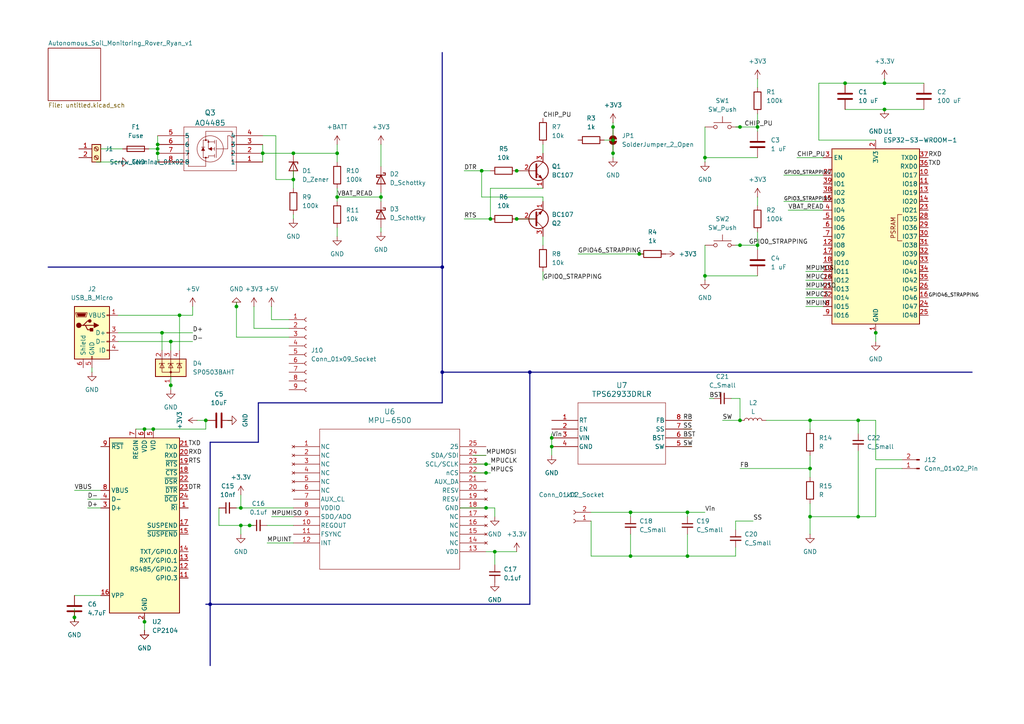
<source format=kicad_sch>
(kicad_sch (version 20231120) (generator "eeschema") (generator_version "8.0")
  (paper "A4")
  (lib_symbols
    (symbol "Connector:Conn_01x02_Pin" (pin_names (offset 1.016) hide)
      (property "Reference" "J" (at 0 2.54 0))
      (property "Value" "Conn_01x02_Pin" (at 0 -5.08 0))
      (symbol "Conn_01x02_Pin_1_1"
        (pin passive line (at 5.08 0 180) (length 3.81) (name "Pin_1") (number "1"))
        (pin passive line (at 5.08 -2.54 180) (length 3.81) (name "Pin_2") (number "2"))
      )
    )
    (symbol "Connector:Conn_01x02_Socket" (pin_names (offset 1.016) hide)
      (property "Reference" "J" (at 0 2.54 0))
      (property "Value" "Conn_01x02_Socket" (at 0 -5.08 0))
      (symbol "Conn_01x02_Socket_1_1"
        (pin passive line (at -5.08 0 0) (length 3.81) (name "Pin_1") (number "1"))
        (pin passive line (at -5.08 -2.54 0) (length 3.81) (name "Pin_2") (number "2"))
      )
    )
    (symbol "Connector:Conn_01x09_Socket" (pin_names (offset 1.016) hide)
      (property "Reference" "J" (at 0 12.7 0))
      (property "Value" "Conn_01x09_Socket" (at 0 -12.7 0))
      (symbol "Conn_01x09_Socket_1_1"
        (pin passive line (at -5.08 10.16 0) (length 3.81) (name "Pin_1") (number "1"))
        (pin passive line (at -5.08 7.62 0) (length 3.81) (name "Pin_2") (number "2"))
        (pin passive line (at -5.08 5.08 0) (length 3.81) (name "Pin_3") (number "3"))
        (pin passive line (at -5.08 2.54 0) (length 3.81) (name "Pin_4") (number "4"))
        (pin passive line (at -5.08 0 0) (length 3.81) (name "Pin_5") (number "5"))
        (pin passive line (at -5.08 -2.54 0) (length 3.81) (name "Pin_6") (number "6"))
        (pin passive line (at -5.08 -5.08 0) (length 3.81) (name "Pin_7") (number "7"))
        (pin passive line (at -5.08 -7.62 0) (length 3.81) (name "Pin_8") (number "8"))
        (pin passive line (at -5.08 -10.16 0) (length 3.81) (name "Pin_9") (number "9"))
      )
    )
    (symbol "Connector:Screw_Terminal_01x02" (pin_names (offset 1.016) hide)
      (property "Reference" "J" (at 0 2.54 0))
      (property "Value" "Screw_Terminal_01x02" (at 0 -5.08 0))
      (symbol "Screw_Terminal_01x02_1_1"
        (pin passive line (at -5.08 0 0) (length 3.81) (name "Pin_1") (number "1"))
        (pin passive line (at -5.08 -2.54 0) (length 3.81) (name "Pin_2") (number "2"))
      )
    )
    (symbol "Connector:USB_B_Micro" (pin_names (offset 1.016))
      (property "Reference" "J" (at -5.08 11.43 0))
      (property "Value" "USB_B_Micro" (at -5.08 8.89 0))
      (symbol "USB_B_Micro_1_1"
        (pin power_out line (at 7.62 5.08 180) (length 2.54) (name "VBUS") (number "1"))
        (pin bidirectional line (at 7.62 -2.54 180) (length 2.54) (name "D-") (number "2"))
        (pin bidirectional line (at 7.62 0 180) (length 2.54) (name "D+") (number "3"))
        (pin passive line (at 7.62 -5.08 180) (length 2.54) (name "ID") (number "4"))
        (pin power_out line (at 0 -10.16 90) (length 2.54) (name "GND") (number "5"))
        (pin passive line (at -2.54 -10.16 90) (length 2.54) (name "Shield") (number "6"))
      )
    )
    (symbol "Device:C" (pin_numbers hide) (pin_names (offset 0.254))
      (property "Reference" "C" (at 0.635 2.54 0))
      (property "Value" "C" (at 0.635 -2.54 0))
      (symbol "C_1_1"
        (pin passive line (at 0 3.81 270) (length 2.794) (name "~") (number "1"))
        (pin passive line (at 0 -3.81 90) (length 2.794) (name "~") (number "2"))
      )
    )
    (symbol "Device:C_Small" (pin_numbers hide) (pin_names (offset 0.254) hide)
      (property "Reference" "C" (at 0.254 1.778 0))
      (property "Value" "C_Small" (at 0.254 -2.032 0))
      (symbol "C_Small_1_1"
        (pin passive line (at 0 2.54 270) (length 2.032) (name "~") (number "1"))
        (pin passive line (at 0 -2.54 90) (length 2.032) (name "~") (number "2"))
      )
    )
    (symbol "Device:D_Schottky" (pin_numbers hide) (pin_names (offset 1.016) hide)
      (property "Reference" "D" (at 0 2.54 0))
      (property "Value" "D_Schottky" (at 0 -2.54 0))
      (symbol "D_Schottky_1_1"
        (pin passive line (at -3.81 0 0) (length 2.54) (name "K") (number "1"))
        (pin passive line (at 3.81 0 180) (length 2.54) (name "A") (number "2"))
      )
    )
    (symbol "Device:D_Zener" (pin_numbers hide) (pin_names (offset 1.016) hide)
      (property "Reference" "D" (at 0 2.54 0))
      (property "Value" "D_Zener" (at 0 -2.54 0))
      (symbol "D_Zener_1_1"
        (pin passive line (at -3.81 0 0) (length 2.54) (name "K") (number "1"))
        (pin passive line (at 3.81 0 180) (length 2.54) (name "A") (number "2"))
      )
    )
    (symbol "Device:Fuse" (pin_numbers hide) (pin_names (offset 0))
      (property "Reference" "F" (at 2.032 0 90))
      (property "Value" "Fuse" (at -1.905 0 90))
      (symbol "Fuse_1_1"
        (pin passive line (at 0 3.81 270) (length 1.27) (name "~") (number "1"))
        (pin passive line (at 0 -3.81 90) (length 1.27) (name "~") (number "2"))
      )
    )
    (symbol "Device:L" (pin_numbers hide) (pin_names (offset 1.016) hide)
      (property "Reference" "L" (at -1.27 0 90))
      (property "Value" "L" (at 1.905 0 90))
      (symbol "L_1_1"
        (pin passive line (at 0 3.81 270) (length 1.27) (name "1") (number "1"))
        (pin passive line (at 0 -3.81 90) (length 1.27) (name "2") (number "2"))
      )
    )
    (symbol "Device:R" (pin_numbers hide) (pin_names (offset 0))
      (property "Reference" "R" (at 2.032 0 90))
      (property "Value" "R" (at 0 0 90))
      (symbol "R_1_1"
        (pin passive line (at 0 3.81 270) (length 1.27) (name "~") (number "1"))
        (pin passive line (at 0 -3.81 90) (length 1.27) (name "~") (number "2"))
      )
    )
    (symbol "Interface_USB:CP2104"
      (property "Reference" "U" (at -5.08 28.575 0))
      (property "Value" "CP2104" (at -5.08 26.67 0))
      (symbol "CP2104_1_1"
        (pin input line (at 12.7 5.08 180) (length 2.54) (name "~{RI}") (number "1"))
        (pin no_connect line (at 10.16 -20.32 180) (length 2.54) hide (name "NC") (number "10"))
        (pin bidirectional line (at 12.7 -15.24 180) (length 2.54) (name "GPIO.3") (number "11"))
        (pin bidirectional line (at 12.7 -12.7 180) (length 2.54) (name "RS485/GPIO.2") (number "12"))
        (pin bidirectional line (at 12.7 -10.16 180) (length 2.54) (name "RXT/GPIO.1") (number "13"))
        (pin bidirectional line (at 12.7 -7.62 180) (length 2.54) (name "TXT/GPIO.0") (number "14"))
        (pin output line (at 12.7 -2.54 180) (length 2.54) (name "~{SUSPEND}") (number "15"))
        (pin passive line (at -12.7 -20.32 0) (length 2.54) (name "VPP") (number "16"))
        (pin output line (at 12.7 0 180) (length 2.54) (name "SUSPEND") (number "17"))
        (pin input line (at 12.7 15.24 180) (length 2.54) (name "~{CTS}") (number "18"))
        (pin output line (at 12.7 17.78 180) (length 2.54) (name "~{RTS}") (number "19"))
        (pin power_in line (at 0 -27.94 90) (length 2.54) (name "GND") (number "2"))
        (pin input line (at 12.7 20.32 180) (length 2.54) (name "RXD") (number "20"))
        (pin output line (at 12.7 22.86 180) (length 2.54) (name "TXD") (number "21"))
        (pin input line (at 12.7 12.7 180) (length 2.54) (name "~{DSR}") (number "22"))
        (pin output line (at 12.7 10.16 180) (length 2.54) (name "~{DTR}") (number "23"))
        (pin input line (at 12.7 7.62 180) (length 2.54) (name "~{DCD}") (number "24"))
        (pin passive line (at 0 -27.94 90) (length 2.54) hide (name "GND") (number "25"))
        (pin bidirectional line (at -12.7 5.08 0) (length 2.54) (name "D+") (number "3"))
        (pin bidirectional line (at -12.7 7.62 0) (length 2.54) (name "D-") (number "4"))
        (pin power_in line (at 2.54 27.94 270) (length 2.54) (name "VIO") (number "5"))
        (pin power_in line (at 0 27.94 270) (length 2.54) (name "VDD") (number "6"))
        (pin power_in line (at -2.54 27.94 270) (length 2.54) (name "REGIN") (number "7"))
        (pin input line (at -12.7 10.16 0) (length 2.54) (name "VBUS") (number "8"))
        (pin bidirectional line (at -12.7 22.86 0) (length 2.54) (name "~{RST}") (number "9"))
      )
    )
    (symbol "Jumper:SolderJumper_2_Open" (pin_numbers hide) (pin_names (offset 0) hide) (exclude_from_sim yes) (in_bom no)
      (property "Reference" "JP" (at 0 2.032 0))
      (property "Value" "SolderJumper_2_Open" (at 0 -2.54 0))
      (symbol "SolderJumper_2_Open_1_1"
        (pin passive line (at -3.81 0 0) (length 2.54) (name "A") (number "1"))
        (pin passive line (at 3.81 0 180) (length 2.54) (name "B") (number "2"))
      )
    )
    (symbol "MPU6500:MPU-6500" (pin_names (offset 0.254))
      (property "Reference" "U" (at 27.94 10.16 0))
      (property "Value" "MPU-6500" (at 27.94 7.62 0))
      (symbol "MPU-6500_0_1"
        (pin no_connect line (at 0 0 0) (length 7.62) (name "NC") (number "1"))
        (pin unspecified line (at 0 -22.86 0) (length 7.62) (name "REGOUT") (number "10"))
        (pin input line (at 0 -25.4 0) (length 7.62) (name "FSYNC") (number "11"))
        (pin output line (at 0 -27.94 0) (length 7.62) (name "INT") (number "12"))
        (pin power_in line (at 55.88 -30.48 180) (length 7.62) (name "VDD") (number "13"))
        (pin no_connect line (at 55.88 -27.94 180) (length 7.62) (name "NC") (number "14"))
        (pin no_connect line (at 55.88 -25.4 180) (length 7.62) (name "NC") (number "15"))
        (pin no_connect line (at 55.88 -22.86 180) (length 7.62) (name "NC") (number "16"))
        (pin no_connect line (at 55.88 -20.32 180) (length 7.62) (name "NC") (number "17"))
        (pin power_out line (at 55.88 -17.78 180) (length 7.62) (name "GND") (number "18"))
        (pin no_connect line (at 55.88 -15.24 180) (length 7.62) (name "RESV") (number "19"))
        (pin no_connect line (at 0 -2.54 0) (length 7.62) (name "NC") (number "2"))
        (pin no_connect line (at 55.88 -12.7 180) (length 7.62) (name "RESV") (number "20"))
        (pin unspecified line (at 55.88 -10.16 180) (length 7.62) (name "AUX_DA") (number "21"))
        (pin unspecified line (at 55.88 -7.62 180) (length 7.62) (name "nCS") (number "22"))
        (pin unspecified line (at 55.88 -5.08 180) (length 7.62) (name "SCL/SCLK") (number "23"))
        (pin unspecified line (at 55.88 -2.54 180) (length 7.62) (name "SDA/SDI") (number "24"))
        (pin unspecified line (at 55.88 0 180) (length 7.62) (name "25") (number "25"))
        (pin no_connect line (at 0 -5.08 0) (length 7.62) (name "NC") (number "3"))
        (pin no_connect line (at 0 -7.62 0) (length 7.62) (name "NC") (number "4"))
        (pin no_connect line (at 0 -10.16 0) (length 7.62) (name "NC") (number "5"))
        (pin no_connect line (at 0 -12.7 0) (length 7.62) (name "NC") (number "6"))
        (pin unspecified line (at 0 -15.24 0) (length 7.62) (name "AUX_CL") (number "7"))
        (pin power_in line (at 0 -17.78 0) (length 7.62) (name "VDDIO") (number "8"))
        (pin unspecified line (at 0 -20.32 0) (length 7.62) (name "SDO/ADO") (number "9"))
      )
    )
    (symbol "Power_Protection:SP0503BAHT" (pin_names hide)
      (property "Reference" "D" (at 5.715 2.54 0))
      (property "Value" "SP0503BAHT" (at 5.715 0.635 0))
      (symbol "SP0503BAHT_0_0"
        (pin passive line (at 0 -5.08 90) (length 2.54) (name "A") (number "1"))
      )
      (symbol "SP0503BAHT_1_1"
        (pin passive line (at -2.54 5.08 270) (length 2.54) (name "K") (number "2"))
        (pin passive line (at 0 5.08 270) (length 2.54) (name "K") (number "3"))
        (pin passive line (at 2.54 5.08 270) (length 2.54) (name "K") (number "4"))
      )
    )
    (symbol "RF_Module:ESP32-S3-WROOM-1"
      (property "Reference" "U" (at -12.7 26.67 0))
      (property "Value" "ESP32-S3-WROOM-1" (at 12.7 26.67 0))
      (symbol "ESP32-S3-WROOM-1_0_0"
        (text "PSRAM" (at 5.08 2.54 900) (effects (font (size 1.27 1.27))))
      )
      (symbol "ESP32-S3-WROOM-1_1_1"
        (pin power_in line (at 0 -27.94 90) (length 2.54) (name "GND") (number "1"))
        (pin bidirectional line (at 15.24 17.78 180) (length 2.54) (name "IO17") (number "10"))
        (pin bidirectional line (at 15.24 15.24 180) (length 2.54) (name "IO18") (number "11"))
        (pin bidirectional line (at -15.24 -2.54 0) (length 2.54) (name "IO8") (number "12"))
        (pin bidirectional line (at 15.24 12.7 180) (length 2.54) (name "IO19") (number "13"))
        (pin bidirectional line (at 15.24 10.16 180) (length 2.54) (name "IO20") (number "14"))
        (pin bidirectional line (at -15.24 10.16 0) (length 2.54) (name "IO3") (number "15"))
        (pin bidirectional line (at 15.24 -17.78 180) (length 2.54) (name "IO46") (number "16"))
        (pin bidirectional line (at -15.24 -5.08 0) (length 2.54) (name "IO9") (number "17"))
        (pin bidirectional line (at -15.24 -7.62 0) (length 2.54) (name "IO10") (number "18"))
        (pin bidirectional line (at -15.24 -10.16 0) (length 2.54) (name "IO11") (number "19"))
        (pin power_in line (at 0 27.94 270) (length 2.54) (name "3V3") (number "2"))
        (pin bidirectional line (at -15.24 -12.7 0) (length 2.54) (name "IO12") (number "20"))
        (pin bidirectional line (at -15.24 -15.24 0) (length 2.54) (name "IO13") (number "21"))
        (pin bidirectional line (at -15.24 -17.78 0) (length 2.54) (name "IO14") (number "22"))
        (pin bidirectional line (at 15.24 7.62 180) (length 2.54) (name "IO21") (number "23"))
        (pin bidirectional line (at 15.24 -20.32 180) (length 2.54) (name "IO47") (number "24"))
        (pin bidirectional line (at 15.24 -22.86 180) (length 2.54) (name "IO48") (number "25"))
        (pin bidirectional line (at 15.24 -15.24 180) (length 2.54) (name "IO45") (number "26"))
        (pin bidirectional line (at -15.24 17.78 0) (length 2.54) (name "IO0") (number "27"))
        (pin bidirectional line (at 15.24 5.08 180) (length 2.54) (name "IO35") (number "28"))
        (pin bidirectional line (at 15.24 2.54 180) (length 2.54) (name "IO36") (number "29"))
        (pin input line (at -15.24 22.86 0) (length 2.54) (name "EN") (number "3"))
        (pin bidirectional line (at 15.24 0 180) (length 2.54) (name "IO37") (number "30"))
        (pin bidirectional line (at 15.24 -2.54 180) (length 2.54) (name "IO38") (number "31"))
        (pin bidirectional line (at 15.24 -5.08 180) (length 2.54) (name "IO39") (number "32"))
        (pin bidirectional line (at 15.24 -7.62 180) (length 2.54) (name "IO40") (number "33"))
        (pin bidirectional line (at 15.24 -10.16 180) (length 2.54) (name "IO41") (number "34"))
        (pin bidirectional line (at 15.24 -12.7 180) (length 2.54) (name "IO42") (number "35"))
        (pin bidirectional line (at 15.24 20.32 180) (length 2.54) (name "RXD0") (number "36"))
        (pin bidirectional line (at 15.24 22.86 180) (length 2.54) (name "TXD0") (number "37"))
        (pin bidirectional line (at -15.24 12.7 0) (length 2.54) (name "IO2") (number "38"))
        (pin bidirectional line (at -15.24 15.24 0) (length 2.54) (name "IO1") (number "39"))
        (pin bidirectional line (at -15.24 7.62 0) (length 2.54) (name "IO4") (number "4"))
        (pin passive line (at 0 -27.94 90) (length 2.54) hide (name "GND") (number "40"))
        (pin passive line (at 0 -27.94 90) (length 2.54) hide (name "GND") (number "41"))
        (pin bidirectional line (at -15.24 5.08 0) (length 2.54) (name "IO5") (number "5"))
        (pin bidirectional line (at -15.24 2.54 0) (length 2.54) (name "IO6") (number "6"))
        (pin bidirectional line (at -15.24 0 0) (length 2.54) (name "IO7") (number "7"))
        (pin bidirectional line (at -15.24 -20.32 0) (length 2.54) (name "IO15") (number "8"))
        (pin bidirectional line (at -15.24 -22.86 0) (length 2.54) (name "IO16") (number "9"))
      )
    )
    (symbol "Switch:SW_Push" (pin_numbers hide) (pin_names (offset 1.016) hide)
      (property "Reference" "SW" (at 1.27 2.54 0))
      (property "Value" "SW_Push" (at 0 -1.524 0))
      (symbol "SW_Push_0_1"
        (pin passive line (at -5.08 0 0) (length 2.54) (name "1") (number "1"))
        (pin passive line (at 5.08 0 180) (length 2.54) (name "2") (number "2"))
      )
    )
    (symbol "TPS62933DRLR:TPS62933DRLR" (pin_names (offset 0.254))
      (property "Reference" "U" (at 20.32 10.16 0))
      (property "Value" "TPS62933DRLR" (at 20.32 7.62 0))
      (symbol "TPS62933DRLR_0_1"
        (pin unspecified line (at 0 0 0) (length 7.62) (name "RT") (number "1"))
        (pin unspecified line (at 0 -2.54 0) (length 7.62) (name "EN") (number "2"))
        (pin power_in line (at 0 -5.08 0) (length 7.62) (name "VIN") (number "3"))
        (pin power_out line (at 0 -7.62 0) (length 7.62) (name "GND") (number "4"))
        (pin power_in line (at 40.64 -7.62 180) (length 7.62) (name "SW") (number "5"))
        (pin power_in line (at 40.64 -5.08 180) (length 7.62) (name "BST") (number "6"))
        (pin unspecified line (at 40.64 -2.54 180) (length 7.62) (name "SS") (number "7"))
        (pin unspecified line (at 40.64 0 180) (length 7.62) (name "FB") (number "8"))
      )
    )
    (symbol "Transistor_BJT:BC107" (pin_names (offset 0) hide)
      (property "Reference" "Q" (at 5.08 1.905 0))
      (property "Value" "BC107" (at 5.08 0 0))
      (symbol "BC107_1_1"
        (pin passive line (at 2.54 -5.08 90) (length 2.54) (name "E") (number "1"))
        (pin input line (at -5.08 0 0) (length 5.715) (name "B") (number "2"))
        (pin passive line (at 2.54 5.08 270) (length 2.54) (name "C") (number "3"))
      )
    )
    (symbol "local_symbols:AO4485" (pin_names (offset 0.254))
      (property "Reference" "Q" (at 15.24 7.62 0))
      (property "Value" "AO4485" (at 15.24 5.08 0))
      (symbol "AO4485_0_1"
        (pin unspecified line (at 0 0 0) (length 7.62) (name "1") (number "1"))
        (pin unspecified line (at 0 -2.54 0) (length 7.62) (name "2") (number "2"))
        (pin unspecified line (at 0 -5.08 0) (length 7.62) (name "3") (number "3"))
        (pin unspecified line (at 0 -7.62 0) (length 7.62) (name "4") (number "4"))
        (pin unspecified line (at 30.48 -7.62 180) (length 7.62) (name "5") (number "5"))
        (pin unspecified line (at 30.48 -5.08 180) (length 7.62) (name "6") (number "6"))
        (pin unspecified line (at 30.48 -2.54 180) (length 7.62) (name "7") (number "7"))
        (pin unspecified line (at 30.48 0 180) (length 7.62) (name "8") (number "8"))
      )
    )
    (symbol "power:+3.3V" (power) (pin_numbers hide) (pin_names (offset 0) hide)
      (property "Value" "+3.3V" (at 0 3.556 0))
      (symbol "+3.3V_1_1"
        (pin power_in line (at 0 0 90) (length 0) (name "~") (number "1"))
      )
    )
    (symbol "power:+3V3" (power) (pin_numbers hide) (pin_names (offset 0) hide)
      (property "Value" "+3V3" (at 0 3.556 0))
      (symbol "+3V3_1_1"
        (pin power_in line (at 0 0 90) (length 0) (name "~") (number "1"))
      )
    )
    (symbol "power:+5V" (power) (pin_numbers hide) (pin_names (offset 0) hide)
      (property "Value" "+5V" (at 0 3.556 0))
      (symbol "+5V_1_1"
        (pin power_in line (at 0 0 90) (length 0) (name "~") (number "1"))
      )
    )
    (symbol "power:+BATT" (power) (pin_numbers hide) (pin_names (offset 0) hide)
      (property "Value" "+BATT" (at 0 3.556 0))
      (symbol "+BATT_1_1"
        (pin power_in line (at 0 0 90) (length 0) (name "~") (number "1"))
      )
    )
    (symbol "power:GND" (power) (pin_numbers hide) (pin_names (offset 0) hide)
      (property "Value" "GND" (at 0 -3.81 0))
      (symbol "GND_1_1"
        (pin power_in line (at 0 0 270) (length 0) (name "~") (number "1"))
      )
    )
  )
  (junction (at 45.72 41.91))
  (junction (at 204.47 80.01))
  (junction (at 182.88 161.29))
  (junction (at 49.53 99.06))
  (junction (at 41.91 180.34))
  (junction (at 199.39 148.59))
  (junction (at 149.86 63.5))
  (junction (at 149.86 49.53))
  (junction (at 256.54 24.13))
  (junction (at 142.24 63.5))
  (junction (at 185.42 73.66))
  (junction (at 214.63 121.92))
  (junction (at 68.58 88.9))
  (junction (at 52.07 91.44))
  (junction (at 110.49 57.15))
  (junction (at 139.7 49.53))
  (junction (at 153.67 107.95))
  (junction (at 254 96.52))
  (junction (at 219.71 36.83))
  (junction (at 45.72 43.18))
  (junction (at 85.09 44.45))
  (junction (at 248.92 121.92))
  (junction (at 128.27 77.47))
  (junction (at 69.85 147.32))
  (junction (at 140.97 134.62))
  (junction (at 245.11 24.13))
  (junction (at 219.71 71.12))
  (junction (at 234.95 149.86))
  (junction (at 41.91 124.46))
  (junction (at 160.02 127))
  (junction (at 59.69 121.92))
  (junction (at 177.8 44.45))
  (junction (at 69.85 152.4))
  (junction (at 177.8 40.64))
  (junction (at 234.95 121.92))
  (junction (at 21.59 179.07))
  (junction (at 44.45 124.46))
  (junction (at 234.95 135.89))
  (junction (at 204.47 45.72))
  (junction (at 177.8 36.83))
  (junction (at 49.53 111.76))
  (junction (at 214.63 36.83))
  (junction (at 182.88 148.59))
  (junction (at 60.96 175.26))
  (junction (at 76.2 44.45))
  (junction (at 128.27 107.95))
  (junction (at 160.02 129.54))
  (junction (at 46.99 96.52))
  (junction (at 140.97 137.16))
  (junction (at 140.97 147.32))
  (junction (at 248.92 149.86))
  (junction (at 199.39 161.29))
  (junction (at 214.63 71.12))
  (junction (at 97.79 44.45))
  (junction (at 143.51 160.02))
  (junction (at 97.79 57.15))
  (junction (at 85.09 52.07))
  (junction (at 72.39 152.4))
  (junction (at 256.54 31.75))
  (junction (at 45.72 44.45))
  (wire (pts (xy 134.62 49.53) (xy 139.7 49.53)))
  (wire (pts (xy 204.47 45.72) (xy 204.47 46.99)))
  (wire (pts (xy 157.48 57.15) (xy 157.48 58.42)))
  (wire (pts (xy 233.68 88.9) (xy 238.76 88.9)))
  (wire (pts (xy 68.58 97.79) (xy 83.82 97.79)))
  (wire (pts (xy 231.14 45.72) (xy 238.76 45.72)))
  (wire (pts (xy 137.16 137.16) (xy 140.97 137.16)))
  (bus (pts (xy 128.27 116.84) (xy 128.27 107.95)))
  (wire (pts (xy 213.36 161.29) (xy 213.36 158.75)))
  (wire (pts (xy 177.8 35.56) (xy 177.8 36.83)))
  (wire (pts (xy 73.66 95.25) (xy 83.82 95.25)))
  (wire (pts (xy 49.53 99.06) (xy 49.53 101.6)))
  (wire (pts (xy 234.95 135.89) (xy 234.95 138.43)))
  (wire (pts (xy 45.72 44.45) (xy 45.72 46.99)))
  (wire (pts (xy 204.47 80.01) (xy 204.47 81.28)))
  (wire (pts (xy 254 149.86) (xy 254 135.89)))
  (wire (pts (xy 212.09 115.57) (xy 214.63 115.57)))
  (wire (pts (xy 143.51 147.32) (xy 143.51 149.86)))
  (wire (pts (xy 219.71 36.83) (xy 219.71 38.1)))
  (wire (pts (xy 182.88 148.59) (xy 199.39 148.59)))
  (wire (pts (xy 204.47 45.72) (xy 219.71 45.72)))
  (wire (pts (xy 69.85 152.4) (xy 69.85 154.94)))
  (wire (pts (xy 157.48 78.74) (xy 157.48 81.28)))
  (wire (pts (xy 21.59 179.07) (xy 21.59 180.34)))
  (wire (pts (xy 157.48 41.91) (xy 157.48 44.45)))
  (wire (pts (xy 110.49 41.91) (xy 110.49 48.26)))
  (wire (pts (xy 41.91 124.46) (xy 44.45 124.46)))
  (bus (pts (xy 13.97 77.47) (xy 128.27 77.47)))
  (wire (pts (xy 73.66 152.4) (xy 72.39 152.4)))
  (wire (pts (xy 248.92 130.81) (xy 248.92 149.86)))
  (wire (pts (xy 52.07 91.44) (xy 55.88 91.44)))
  (wire (pts (xy 63.5 147.32) (xy 63.5 152.4)))
  (bus (pts (xy 74.93 116.84) (xy 128.27 116.84)))
  (wire (pts (xy 204.47 36.83) (xy 204.47 45.72)))
  (wire (pts (xy 198.12 124.46) (xy 200.66 124.46)))
  (wire (pts (xy 154.94 49.53) (xy 149.86 49.53)))
  (wire (pts (xy 213.36 151.13) (xy 218.44 151.13)))
  (wire (pts (xy 233.68 83.82) (xy 238.76 83.82)))
  (wire (pts (xy 219.71 22.86) (xy 219.71 25.4)))
  (wire (pts (xy 227.33 58.42) (xy 238.76 58.42)))
  (wire (pts (xy 29.21 43.18) (xy 35.56 43.18)))
  (wire (pts (xy 85.09 52.07) (xy 85.09 54.61)))
  (bus (pts (xy 153.67 107.95) (xy 153.67 175.26)))
  (wire (pts (xy 76.2 41.91) (xy 76.2 44.45)))
  (wire (pts (xy 198.12 127) (xy 200.66 127)))
  (wire (pts (xy 46.99 96.52) (xy 46.99 101.6)))
  (wire (pts (xy 68.58 88.9) (xy 68.58 97.79)))
  (wire (pts (xy 248.92 121.92) (xy 254 121.92)))
  (wire (pts (xy 41.91 180.34) (xy 41.91 182.88)))
  (wire (pts (xy 213.36 71.12) (xy 214.63 71.12)))
  (wire (pts (xy 45.72 43.18) (xy 45.72 44.45)))
  (wire (pts (xy 85.09 44.45) (xy 97.79 44.45)))
  (wire (pts (xy 143.51 160.02) (xy 149.86 160.02)))
  (wire (pts (xy 139.7 49.53) (xy 142.24 49.53)))
  (wire (pts (xy 49.53 99.06) (xy 55.88 99.06)))
  (wire (pts (xy 85.09 49.53) (xy 85.09 52.07)))
  (wire (pts (xy 171.45 148.59) (xy 182.88 148.59)))
  (wire (pts (xy 25.4 147.32) (xy 29.21 147.32)))
  (wire (pts (xy 97.79 57.15) (xy 97.79 58.42)))
  (wire (pts (xy 80.01 52.07) (xy 85.09 52.07)))
  (wire (pts (xy 209.55 121.92) (xy 214.63 121.92)))
  (wire (pts (xy 76.2 44.45) (xy 76.2 46.99)))
  (wire (pts (xy 97.79 54.61) (xy 97.79 57.15)))
  (wire (pts (xy 254 135.89) (xy 261.62 135.89)))
  (wire (pts (xy 234.95 146.05) (xy 234.95 149.86)))
  (wire (pts (xy 204.47 71.12) (xy 204.47 80.01)))
  (wire (pts (xy 233.68 86.36) (xy 238.76 86.36)))
  (wire (pts (xy 177.8 44.45) (xy 177.8 45.72)))
  (wire (pts (xy 97.79 44.45) (xy 97.79 41.91)))
  (wire (pts (xy 49.53 109.22) (xy 49.53 111.76)))
  (wire (pts (xy 157.48 68.58) (xy 157.48 71.12)))
  (wire (pts (xy 110.49 58.42) (xy 110.49 57.15)))
  (wire (pts (xy 43.18 43.18) (xy 45.72 43.18)))
  (wire (pts (xy 256.54 24.13) (xy 256.54 22.86)))
  (wire (pts (xy 199.39 148.59) (xy 199.39 149.86)))
  (wire (pts (xy 222.25 121.92) (xy 234.95 121.92)))
  (wire (pts (xy 34.29 99.06) (xy 49.53 99.06)))
  (wire (pts (xy 248.92 121.92) (xy 248.92 125.73)))
  (wire (pts (xy 219.71 57.15) (xy 219.71 59.69)))
  (wire (pts (xy 227.33 50.8) (xy 238.76 50.8)))
  (wire (pts (xy 134.62 63.5) (xy 142.24 63.5)))
  (wire (pts (xy 143.51 160.02) (xy 143.51 163.83)))
  (wire (pts (xy 199.39 148.59) (xy 204.47 148.59)))
  (wire (pts (xy 59.69 121.92) (xy 59.69 124.46)))
  (wire (pts (xy 237.49 40.64) (xy 254 40.64)))
  (wire (pts (xy 160.02 127) (xy 160.02 129.54)))
  (wire (pts (xy 140.97 147.32) (xy 143.51 147.32)))
  (wire (pts (xy 228.6 60.96) (xy 238.76 60.96)))
  (wire (pts (xy 160.02 129.54) (xy 160.02 132.08)))
  (wire (pts (xy 57.15 121.92) (xy 59.69 121.92)))
  (wire (pts (xy 198.12 121.92) (xy 200.66 121.92)))
  (bus (pts (xy 60.96 175.26) (xy 60.96 193.04)))
  (wire (pts (xy 245.11 24.13) (xy 256.54 24.13)))
  (wire (pts (xy 21.59 172.72) (xy 29.21 172.72)))
  (wire (pts (xy 234.95 121.92) (xy 234.95 124.46)))
  (wire (pts (xy 175.26 40.64) (xy 177.8 40.64)))
  (wire (pts (xy 248.92 149.86) (xy 234.95 149.86)))
  (wire (pts (xy 182.88 148.59) (xy 182.88 149.86)))
  (wire (pts (xy 52.07 101.6) (xy 52.07 91.44)))
  (wire (pts (xy 237.49 24.13) (xy 237.49 40.64)))
  (wire (pts (xy 234.95 121.92) (xy 248.92 121.92)))
  (wire (pts (xy 133.35 147.32) (xy 140.97 147.32)))
  (bus (pts (xy 128.27 15.24) (xy 128.27 77.47)))
  (wire (pts (xy 97.79 44.45) (xy 97.79 46.99)))
  (wire (pts (xy 73.66 88.9) (xy 73.66 95.25)))
  (wire (pts (xy 139.7 57.15) (xy 157.48 57.15)))
  (wire (pts (xy 219.71 71.12) (xy 219.71 67.31)))
  (wire (pts (xy 21.59 142.24) (xy 29.21 142.24)))
  (wire (pts (xy 68.58 147.32) (xy 69.85 147.32)))
  (wire (pts (xy 69.85 143.51) (xy 69.85 147.32)))
  (wire (pts (xy 219.71 71.12) (xy 219.71 72.39)))
  (wire (pts (xy 139.7 49.53) (xy 139.7 57.15)))
  (wire (pts (xy 186.69 73.66) (xy 185.42 73.66)))
  (wire (pts (xy 256.54 24.13) (xy 267.97 24.13)))
  (wire (pts (xy 110.49 55.88) (xy 110.49 57.15)))
  (wire (pts (xy 67.31 121.92) (xy 66.04 121.92)))
  (wire (pts (xy 199.39 161.29) (xy 213.36 161.29)))
  (wire (pts (xy 77.47 152.4) (xy 85.09 152.4)))
  (wire (pts (xy 234.95 149.86) (xy 234.95 154.94)))
  (wire (pts (xy 140.97 160.02) (xy 143.51 160.02)))
  (wire (pts (xy 205.74 115.57) (xy 207.01 115.57)))
  (wire (pts (xy 55.88 91.44) (xy 55.88 88.9)))
  (wire (pts (xy 78.74 149.86) (xy 85.09 149.86)))
  (wire (pts (xy 137.16 134.62) (xy 140.97 134.62)))
  (bus (pts (xy 153.67 107.95) (xy 281.94 107.95)))
  (wire (pts (xy 77.47 157.48) (xy 85.09 157.48)))
  (wire (pts (xy 110.49 66.04) (xy 110.49 67.31)))
  (wire (pts (xy 27.94 46.99) (xy 34.29 46.99)))
  (wire (pts (xy 34.29 96.52) (xy 46.99 96.52)))
  (wire (pts (xy 25.4 144.78) (xy 29.21 144.78)))
  (wire (pts (xy 45.72 39.37) (xy 45.72 41.91)))
  (bus (pts (xy 74.93 128.27) (xy 74.93 116.84)))
  (wire (pts (xy 171.45 161.29) (xy 182.88 161.29)))
  (wire (pts (xy 233.68 78.74) (xy 238.76 78.74)))
  (wire (pts (xy 254 133.35) (xy 261.62 133.35)))
  (wire (pts (xy 26.67 106.68) (xy 26.67 107.95)))
  (wire (pts (xy 68.58 87.63) (xy 68.58 88.9)))
  (wire (pts (xy 63.5 152.4) (xy 69.85 152.4)))
  (bus (pts (xy 60.96 128.27) (xy 60.96 175.26)))
  (wire (pts (xy 198.12 129.54) (xy 200.66 129.54)))
  (wire (pts (xy 167.64 73.66) (xy 185.42 73.66)))
  (wire (pts (xy 78.74 88.9) (xy 78.74 92.71)))
  (wire (pts (xy 41.91 179.07) (xy 41.91 180.34)))
  (bus (pts (xy 128.27 77.47) (xy 128.27 107.95)))
  (wire (pts (xy 34.29 91.44) (xy 52.07 91.44)))
  (wire (pts (xy 204.47 80.01) (xy 219.71 80.01)))
  (wire (pts (xy 214.63 71.12) (xy 219.71 71.12)))
  (wire (pts (xy 160.02 125.73) (xy 160.02 127)))
  (wire (pts (xy 177.8 40.64) (xy 177.8 44.45)))
  (wire (pts (xy 137.16 132.08) (xy 140.97 132.08)))
  (wire (pts (xy 142.24 54.61) (xy 142.24 63.5)))
  (wire (pts (xy 177.8 36.83) (xy 177.8 40.64)))
  (bus (pts (xy 59.69 175.26) (xy 60.96 175.26)))
  (wire (pts (xy 214.63 135.89) (xy 234.95 135.89)))
  (wire (pts (xy 45.72 41.91) (xy 45.72 43.18)))
  (wire (pts (xy 72.39 152.4) (xy 69.85 152.4)))
  (wire (pts (xy 182.88 161.29) (xy 199.39 161.29)))
  (wire (pts (xy 46.99 96.52) (xy 55.88 96.52)))
  (wire (pts (xy 69.85 147.32) (xy 85.09 147.32)))
  (bus (pts (xy 60.96 175.26) (xy 153.67 175.26)))
  (wire (pts (xy 97.79 57.15) (xy 110.49 57.15)))
  (wire (pts (xy 254 96.52) (xy 254 99.06)))
  (wire (pts (xy 219.71 36.83) (xy 219.71 33.02)))
  (wire (pts (xy 214.63 115.57) (xy 214.63 121.92)))
  (wire (pts (xy 21.59 176.53) (xy 21.59 179.07)))
  (wire (pts (xy 234.95 132.08) (xy 234.95 135.89)))
  (wire (pts (xy 214.63 36.83) (xy 219.71 36.83)))
  (wire (pts (xy 76.2 44.45) (xy 85.09 44.45)))
  (wire (pts (xy 182.88 154.94) (xy 182.88 161.29)))
  (wire (pts (xy 85.09 62.23) (xy 85.09 63.5)))
  (wire (pts (xy 97.79 66.04) (xy 97.79 68.58)))
  (wire (pts (xy 199.39 154.94) (xy 199.39 161.29)))
  (wire (pts (xy 256.54 31.75) (xy 267.97 31.75)))
  (wire (pts (xy 80.01 39.37) (xy 80.01 52.07)))
  (wire (pts (xy 248.92 149.86) (xy 254 149.86)))
  (wire (pts (xy 149.86 63.5) (xy 154.94 63.5)))
  (wire (pts (xy 76.2 39.37) (xy 80.01 39.37)))
  (bus (pts (xy 60.96 128.27) (xy 74.93 128.27)))
  (wire (pts (xy 237.49 24.13) (xy 245.11 24.13)))
  (wire (pts (xy 213.36 36.83) (xy 214.63 36.83)))
  (wire (pts (xy 254 93.98) (xy 254 96.52)))
  (wire (pts (xy 49.53 111.76) (xy 49.53 113.03)))
  (wire (pts (xy 78.74 92.71) (xy 83.82 92.71)))
  (wire (pts (xy 39.37 124.46) (xy 41.91 124.46)))
  (bus (pts (xy 128.27 107.95) (xy 153.67 107.95)))
  (wire (pts (xy 140.97 137.16) (xy 142.24 137.16)))
  (wire (pts (xy 157.48 54.61) (xy 142.24 54.61)))
  (wire (pts (xy 140.97 134.62) (xy 142.24 134.62)))
  (wire (pts (xy 44.45 124.46) (xy 59.69 124.46)))
  (wire (pts (xy 171.45 151.13) (xy 171.45 161.29)))
  (wire (pts (xy 233.68 81.28) (xy 238.76 81.28)))
  (wire (pts (xy 213.36 153.67) (xy 213.36 151.13)))
  (wire (pts (xy 254 121.92) (xy 254 133.35)))
  (wire (pts (xy 245.11 31.75) (xy 256.54 31.75)))
  (label "GPIO0_STRAPPING" (at 217.17 71.12 0))
  (label "MPUMOSI" (at 140.97 132.08 0))
  (label "RXD" (at 54.61 132.08 0))
  (label "MPUMISO" (at 233.68 83.82 0))
  (label "MPUINT" (at 233.68 88.9 0))
  (label "BST" (at 205.74 115.57 0))
  (label "TXD" (at 54.61 129.54 0))
  (label "VBAT_READ" (at 228.6 60.96 0))
  (label "CHIP_PU" (at 215.9 36.83 0))
  (label "GPIO46_STRAPPING" (at 167.64 73.66 0))
  (label "VBAT_READ" (at 97.79 57.15 0))
  (label "SW" (at 198.12 129.54 0))
  (label "D-" (at 55.88 99.06 0))
  (label "Vin" (at 204.47 148.59 0))
  (label "RXD" (at 269.24 45.72 0))
  (label "MPUMOSI" (at 233.68 78.74 0))
  (label "MPUMISO" (at 78.74 149.86 0))
  (label "TXD" (at 269.24 48.26 0))
  (label "GPIO46_STRAPPING" (at 269.24 86.36 0) (effects (font (size 1.016 1.016))))
  (label "GPIO0_STRAPPING" (at 227.33 50.8 0) (effects (font (size 1.016 1.016))))
  (label "SS" (at 198.12 124.46 0))
  (label "MPUCS" (at 233.68 86.36 0))
  (label "FB" (at 214.63 135.89 0))
  (label "RTS" (at 54.61 134.62 0))
  (label "VBUS" (at 21.59 142.24 0))
  (label "RB" (at 198.12 121.92 0))
  (label "D+" (at 25.4 147.32 0))
  (label "MPUCS" (at 142.24 137.16 0))
  (label "DTR" (at 54.61 142.24 0))
  (label "DTR" (at 134.62 49.53 0))
  (label "MPUCLK" (at 142.24 134.62 0))
  (label "CHIP_PU" (at 157.48 34.29 0))
  (label "RTS" (at 134.62 63.5 0))
  (label "GPIO0_STRAPPING" (at 157.48 81.28 0))
  (label "CHIP_PU" (at 231.14 45.72 0))
  (label "MPUCLK" (at 233.68 81.28 0))
  (label "GPIO3_STRAPPING" (at 227.33 58.42 0) (effects (font (size 1.016 1.016))))
  (label "SS" (at 218.44 151.13 0))
  (label "D+" (at 55.88 96.52 0))
  (label "SW" (at 209.55 121.92 0))
  (label "D-" (at 25.4 144.78 0))
  (label "BST" (at 198.12 127 0))
  (label "Vin" (at 160.02 127 0))
  (label "MPUINT" (at 77.47 157.48 0))
  (symbol (lib_id "Device:C") (at 219.71 76.2 0) (unit 1)
    (property "Reference" "C4" (at 223.52 74.9299 0) (effects (justify left)))
    (property "Value" "1 uF" (at 223.52 77.4699 0) (effects (justify left)))
    (property "Description" "Unpolarized capacitor" (effects (hide yes)))
  )
  (symbol (lib_id "Device:C") (at 219.71 41.91 0) (unit 1)
    (property "Reference" "C3" (at 223.52 40.6399 0) (effects (justify left)))
    (property "Value" "1 uF" (at 223.52 43.1799 0) (effects (justify left)))
    (property "Description" "Unpolarized capacitor" (effects (hide yes)))
  )
  (symbol (lib_id "Interface_USB:CP2104") (at 41.91 152.4 0) (unit 1)
    (property "Reference" "U2" (at 44.1041 180.34 0) (effects (justify left)))
    (property "Value" "CP2104" (at 44.1041 182.88 0) (effects (justify left)))
    (property "Footprint" "Package_DFN_QFN:QFN-24-1EP_4x4mm_P0.5mm_EP2.6x2.6mm" (effects (hide yes)))
    (property "Datasheet" "https://www.silabs.com/documents/public/data-sheets/cp2104.pdf" (effects (hide yes)))
    (property "Description" "Single-Chip USB-to-UART Bridge, USB 2.0 Full-Speed, 2Mbps UART, QFN-24" (effects (hide yes)))
  )
  (symbol (lib_id "Device:R") (at 146.05 49.53 270) (unit 1)
    (property "Reference" "R5" (at 146.05 43.18 90))
    (property "Value" "10k" (at 146.05 45.72 90))
    (property "Description" "Resistor" (effects (hide yes)))
  )
  (symbol (lib_id "power:GND") (at 143.51 168.91 0) (unit 1)
    (property "Reference" "#PWR055" (effects (hide yes)))
    (property "Value" "GND" (at 143.51 173.99 0))
    (property "Description" "Power symbol creates a global label with name \"GND\" , ground" (effects (hide yes)))
  )
  (symbol (lib_id "Transistor_BJT:BC107") (at 154.94 63.5 0) (mirror x) (unit 1)
    (property "Reference" "Q2" (at 160.02 64.7701 0) (effects (justify left)))
    (property "Value" "BC107" (at 160.02 62.2301 0) (effects (justify left)))
    (property "Footprint" "Package_TO_SOT_THT:TO-18-3" (effects (hide yes)))
    (property "Datasheet" "http://www.b-kainka.de/Daten/Transistor/BC108.pdf" (effects (hide yes)))
    (property "Description" "0.1A Ic, 50V Vce, Low Noise General Purpose NPN Transistor, TO-18" (effects (hide yes)))
  )
  (symbol (lib_id "power:GND") (at 204.47 46.99 0) (unit 1)
    (property "Reference" "#PWR04" (effects (hide yes)))
    (property "Value" "GND" (at 204.47 52.07 0))
    (property "Description" "Power symbol creates a global label with name \"GND\" , ground" (effects (hide yes)))
  )
  (symbol (lib_id "Device:C_Small") (at 248.92 128.27 0) (unit 1)
    (property "Reference" "C22" (at 251.46 127.0062 0) (effects (justify left)))
    (property "Value" "C_Small" (at 251.46 129.5462 0) (effects (justify left)))
    (property "Description" "Unpolarized capacitor, small symbol" (effects (hide yes)))
  )
  (symbol (lib_id "power:GND") (at 143.51 149.86 0) (unit 1)
    (property "Reference" "#PWR056" (effects (hide yes)))
    (property "Value" "GND" (at 143.51 154.94 0))
    (property "Description" "Power symbol creates a global label with name \"GND\" , ground" (effects (hide yes)))
  )
  (symbol (lib_id "power:+3V3") (at 177.8 35.56 0) (unit 1)
    (property "Reference" "#PWR08" (effects (hide yes)))
    (property "Value" "+3V3" (at 177.8 30.48 0))
    (property "Description" "Power symbol creates a global label with name \"+3V3\"" (effects (hide yes)))
  )
  (symbol (lib_id "MPU6500:MPU-6500") (at 85.09 129.54 0) (unit 1)
    (property "Reference" "U6" (at 113.03 119.38 0) (effects (font (size 1.524 1.524))))
    (property "Value" "MPU-6500" (at 113.03 121.92 0) (effects (font (size 1.524 1.524))))
    (property "Footprint" "QFN24_3X3X0P9_IVS" (effects (hide yes)))
    (property "Datasheet" "MPU-6500" (effects (hide yes)))
  )
  (symbol (lib_id "Device:L") (at 218.44 121.92 90) (unit 1)
    (property "Reference" "L2" (at 218.44 116.84 90))
    (property "Value" "L" (at 218.44 119.38 90))
    (property "Description" "Inductor" (effects (hide yes)))
  )
  (symbol (lib_id "power:GND") (at 34.29 46.99 90) (unit 1)
    (property "Reference" "#PWR014" (effects (hide yes)))
    (property "Value" "GND" (at 38.1 46.9899 90) (effects (justify right)))
    (property "Description" "Power symbol creates a global label with name \"GND\" , ground" (effects (hide yes)))
  )
  (symbol (lib_id "power:+3.3V") (at 149.86 160.02 0) (unit 1)
    (property "Reference" "#PWR057" (effects (hide yes)))
    (property "Value" "+3.3V" (at 149.86 154.94 0))
    (property "Description" "Power symbol creates a global label with name \"+3.3V\"" (effects (hide yes)))
  )
  (symbol (lib_id "power:GND") (at 66.04 121.92 90) (unit 1)
    (property "Reference" "#PWR021" (effects (hide yes)))
    (property "Value" "GND" (at 71.12 121.92 0))
    (property "Description" "Power symbol creates a global label with name \"GND\" , ground" (effects (hide yes)))
  )
  (symbol (lib_id "Connector:Conn_01x09_Socket") (at 88.9 102.87 0) (unit 1)
    (property "Reference" "J10" (at 90.17 101.5999 0) (effects (justify left)))
    (property "Value" "Conn_01x09_Socket" (at 90.17 104.1399 0) (effects (justify left)))
    (property "Description" "Generic connector, single row, 01x09, script generated" (effects (hide yes)))
  )
  (symbol (lib_id "Device:C_Small") (at 66.04 147.32 90) (unit 1)
    (property "Reference" "C15" (at 66.0463 140.97 90))
    (property "Value" "10nf" (at 66.0463 143.51 90))
    (property "Description" "Unpolarized capacitor, small symbol" (effects (hide yes)))
  )
  (symbol (lib_id "power:+3V3") (at 57.15 121.92 90) (unit 1)
    (property "Reference" "#PWR022" (effects (hide yes)))
    (property "Value" "+3V3" (at 52.07 121.92 0))
    (property "Description" "Power symbol creates a global label with name \"+3V3\"" (effects (hide yes)))
  )
  (symbol (lib_id "Device:C") (at 21.59 176.53 0) (unit 1)
    (property "Reference" "C6" (at 25.4 175.2599 0) (effects (justify left)))
    (property "Value" "4.7uF" (at 25.4 177.7999 0) (effects (justify left)))
    (property "Description" "Unpolarized capacitor" (effects (hide yes)))
  )
  (symbol (lib_id "local_symbols:AO4485") (at 76.2 46.99 180) (unit 1)
    (property "Reference" "Q3" (at 60.96 32.6824 0) (effects (font (size 1.524 1.524))))
    (property "Value" "AO4485" (at 60.96 35.6758 0) (effects (font (size 1.524 1.524))))
    (property "Footprint" "local_footprints:SO8SOP-8L_AOS" (effects (hide yes)))
    (property "Datasheet" "AO4485" (effects (hide yes)))
  )
  (symbol (lib_id "Device:C_Small") (at 182.88 152.4 0) (unit 1)
    (property "Reference" "C18" (at 185.42 151.1362 0) (effects (justify left)))
    (property "Value" "C_Small" (at 185.42 153.6762 0) (effects (justify left)))
    (property "Description" "Unpolarized capacitor, small symbol" (effects (hide yes)))
  )
  (symbol (lib_id "power:+3.3V") (at 69.85 143.51 0) (unit 1)
    (property "Reference" "#PWR053" (effects (hide yes)))
    (property "Value" "+3.3V" (at 69.85 138.43 0))
    (property "Description" "Power symbol creates a global label with name \"+3.3V\"" (effects (hide yes)))
  )
  (symbol (lib_id "Switch:SW_Push") (at 209.55 36.83 0) (unit 1)
    (property "Reference" "SW1" (at 209.55 29.21 0))
    (property "Value" "SW_Push" (at 209.55 31.75 0))
    (property "Description" "Push button switch, generic, two pins" (effects (hide yes)))
  )
  (symbol (lib_id "power:+3V3") (at 219.71 57.15 0) (unit 1)
    (property "Reference" "#PWR07" (effects (hide yes)))
    (property "Value" "+3V3" (at 219.71 52.07 0))
    (property "Description" "Power symbol creates a global label with name \"+3V3\"" (effects (hide yes)))
  )
  (symbol (lib_id "power:+5V") (at 55.88 88.9 0) (unit 1)
    (property "Reference" "#PWR018" (effects (hide yes)))
    (property "Value" "+5V" (at 55.88 83.82 0))
    (property "Description" "Power symbol creates a global label with name \"+5V\"" (effects (hide yes)))
  )
  (symbol (lib_id "power:GND") (at 97.79 68.58 0) (unit 1)
    (property "Reference" "#PWR013" (effects (hide yes)))
    (property "Value" "GND" (at 97.79 73.66 0))
    (property "Description" "Power symbol creates a global label with name \"GND\" , ground" (effects (hide yes)))
  )
  (symbol (lib_id "Device:R") (at 171.45 40.64 270) (unit 1)
    (property "Reference" "R3" (at 171.45 34.29 90))
    (property "Value" "1k" (at 171.45 36.83 90))
    (property "Description" "Resistor" (effects (hide yes)))
  )
  (symbol (lib_id "power:+3V3") (at 73.66 88.9 0) (unit 1)
    (property "Reference" "#PWR051" (effects (hide yes)))
    (property "Value" "+3V3" (at 73.66 83.82 0))
    (property "Description" "Power symbol creates a global label with name \"+3V3\"" (effects (hide yes)))
  )
  (symbol (lib_id "Connector:Conn_01x02_Socket") (at 166.37 151.13 180) (unit 1)
    (property "Reference" "J11" (at 165.735 143.51 0))
    (property "Value" "Conn_01x02_Socket" (at 165.735 143.51 0))
    (property "Description" "Generic connector, single row, 01x02, script generated" (effects (hide yes)))
  )
  (symbol (lib_id "power:GND") (at 234.95 154.94 0) (unit 1)
    (property "Reference" "#PWR059" (effects (hide yes)))
    (property "Value" "GND" (at 234.95 160.02 0))
    (property "Description" "Power symbol creates a global label with name \"GND\" , ground" (effects (hide yes)))
  )
  (symbol (lib_id "Device:R") (at 85.09 58.42 0) (unit 1)
    (property "Reference" "R9" (at 87.63 57.1499 0) (effects (justify left)))
    (property "Value" "100k" (at 87.63 59.6899 0) (effects (justify left)))
    (property "Description" "Resistor" (effects (hide yes)))
  )
  (symbol (lib_id "power:+5V") (at 78.74 88.9 0) (unit 1)
    (property "Reference" "#PWR050" (effects (hide yes)))
    (property "Value" "+5V" (at 78.74 83.82 0))
    (property "Description" "Power symbol creates a global label with name \"+5V\"" (effects (hide yes)))
  )
  (symbol (lib_id "Device:R") (at 234.95 142.24 0) (unit 1)
    (property "Reference" "R15" (at 237.49 140.9699 0) (effects (justify left)))
    (property "Value" "R" (at 237.49 143.5099 0) (effects (justify left)))
    (property "Description" "Resistor" (effects (hide yes)))
  )
  (symbol (lib_id "power:GND") (at 160.02 132.08 0) (unit 1)
    (property "Reference" "#PWR058" (effects (hide yes)))
    (property "Value" "GND" (at 160.02 137.16 0))
    (property "Description" "Power symbol creates a global label with name \"GND\" , ground" (effects (hide yes)))
  )
  (symbol (lib_id "power:+3.3V") (at 256.54 22.86 0) (unit 1)
    (property "Reference" "#PWR02" (effects (hide yes)))
    (property "Value" "+3.3V" (at 256.54 17.78 0))
    (property "Description" "Power symbol creates a global label with name \"+3.3V\"" (effects (hide yes)))
  )
  (symbol (lib_id "Device:R") (at 157.48 74.93 180) (unit 1)
    (property "Reference" "R8" (at 160.02 73.6599 0) (effects (justify right)))
    (property "Value" "10k" (at 160.02 76.1999 0) (effects (justify right)))
    (property "Description" "Resistor" (effects (hide yes)))
  )
  (symbol (lib_id "Device:C") (at 267.97 27.94 0) (unit 1)
    (property "Reference" "C2" (at 271.78 26.6699 0) (effects (justify left)))
    (property "Value" "100 uF" (at 271.78 29.2099 0) (effects (justify left)))
    (property "Description" "Unpolarized capacitor" (effects (hide yes)))
  )
  (symbol (lib_id "Switch:SW_Push") (at 209.55 71.12 0) (unit 1)
    (property "Reference" "SW2" (at 209.55 63.5 0))
    (property "Value" "SW_Push" (at 209.55 66.04 0))
    (property "Description" "Push button switch, generic, two pins" (effects (hide yes)))
  )
  (symbol (lib_id "power:GND") (at 41.91 182.88 0) (unit 1)
    (property "Reference" "#PWR020" (effects (hide yes)))
    (property "Value" "GND" (at 41.91 187.96 0))
    (property "Description" "Power symbol creates a global label with name \"GND\" , ground" (effects (hide yes)))
  )
  (symbol (lib_id "power:+3V3") (at 110.49 41.91 0) (unit 1)
    (property "Reference" "#PWR016" (effects (hide yes)))
    (property "Value" "+3V3" (at 110.49 36.83 0))
    (property "Description" "Power symbol creates a global label with name \"+3V3\"" (effects (hide yes)))
  )
  (symbol (lib_id "Device:Fuse") (at 39.37 43.18 90) (unit 1)
    (property "Reference" "F1" (at 39.37 36.83 90))
    (property "Value" "Fuse" (at 39.37 39.37 90))
    (property "Description" "Fuse" (effects (hide yes)))
  )
  (symbol (lib_id "power:+3V3") (at 193.04 73.66 270) (unit 1)
    (property "Reference" "#PWR010" (effects (hide yes)))
    (property "Value" "+3V3" (at 196.85 73.6599 90) (effects (justify left)))
    (property "Description" "Power symbol creates a global label with name \"+3V3\"" (effects (hide yes)))
  )
  (symbol (lib_id "Transistor_BJT:BC107") (at 154.94 49.53 0) (unit 1)
    (property "Reference" "Q1" (at 160.02 48.2599 0) (effects (justify left)))
    (property "Value" "BC107" (at 160.02 50.7999 0) (effects (justify left)))
    (property "Footprint" "Package_TO_SOT_THT:TO-18-3" (effects (hide yes)))
    (property "Datasheet" "http://www.b-kainka.de/Daten/Transistor/BC108.pdf" (effects (hide yes)))
    (property "Description" "0.1A Ic, 50V Vce, Low Noise General Purpose NPN Transistor, TO-18" (effects (hide yes)))
  )
  (symbol (lib_id "power:GND") (at 41.91 182.88 0) (unit 1)
    (property "Reference" "#PWR023" (effects (hide yes)))
    (property "Value" "GND" (at 41.91 187.96 0))
    (property "Description" "Power symbol creates a global label with name \"GND\" , ground" (effects (hide yes)))
  )
  (symbol (lib_id "Device:D_Zener") (at 85.09 48.26 270) (unit 1)
    (property "Reference" "D1" (at 87.63 49.5299 90) (effects (justify left)))
    (property "Value" "D_Zener" (at 87.63 52.0699 90) (effects (justify left)))
    (property "Description" "Zener diode" (effects (hide yes)))
  )
  (symbol (lib_id "power:GND") (at 21.59 179.07 0) (unit 1)
    (property "Reference" "#PWR024" (effects (hide yes)))
    (property "Value" "GND" (at 21.59 184.15 0))
    (property "Description" "Power symbol creates a global label with name \"GND\" , ground" (effects (hide yes)))
  )
  (symbol (lib_id "Device:R") (at 146.05 63.5 270) (unit 1)
    (property "Reference" "R6" (at 146.05 57.15 90))
    (property "Value" "10k" (at 146.05 59.69 90))
    (property "Description" "Resistor" (effects (hide yes)))
  )
  (symbol (lib_id "Device:C") (at 245.11 27.94 0) (unit 1)
    (property "Reference" "C1" (at 248.92 26.6699 0) (effects (justify left)))
    (property "Value" "10 uF" (at 248.92 29.2099 0) (effects (justify left)))
    (property "Description" "Unpolarized capacitor" (effects (hide yes)))
  )
  (symbol (lib_id "Device:R") (at 97.79 62.23 0) (unit 1)
    (property "Reference" "R11" (at 100.33 60.9599 0) (effects (justify left)))
    (property "Value" "10k" (at 100.33 63.4999 0) (effects (justify left)))
    (property "Description" "Resistor" (effects (hide yes)))
  )
  (symbol (lib_id "power:+3V3") (at 219.71 22.86 0) (unit 1)
    (property "Reference" "#PWR05" (effects (hide yes)))
    (property "Value" "+3V3" (at 219.71 17.78 0))
    (property "Description" "Power symbol creates a global label with name \"+3V3\"" (effects (hide yes)))
  )
  (symbol (lib_id "Device:R") (at 234.95 128.27 0) (unit 1)
    (property "Reference" "R14" (at 237.49 126.9999 0) (effects (justify left)))
    (property "Value" "R" (at 237.49 129.5399 0) (effects (justify left)))
    (property "Description" "Resistor" (effects (hide yes)))
  )
  (symbol (lib_id "Connector:Screw_Terminal_01x02") (at 27.94 43.18 0) (unit 1)
    (property "Reference" "J1" (at 30.48 43.1799 0) (effects (justify left)))
    (property "Value" "Screw_Terminal_01x02" (at 31.75 46.9899 0) (effects (justify left)))
    (property "Description" "Generic screw terminal, single row, 01x02, script generated (kicad-library-utils/schlib/autogen/connector/)" (effects (hide yes)))
  )
  (symbol (lib_id "RF_Module:ESP32-S3-WROOM-1") (at 254 68.58 0) (unit 1)
    (property "Reference" "U1" (at 256.1941 38.1 0) (effects (justify left)))
    (property "Value" "ESP32-S3-WROOM-1" (at 256.1941 40.64 0) (effects (justify left)))
    (property "Footprint" "RF_Module:ESP32-S3-WROOM-1" (effects (hide yes)))
    (property "Datasheet" "https://www.espressif.com/sites/default/files/documentation/esp32-s3-wroom-1_wroom-1u_datasheet_en.pdf" (effects (hide yes)))
    (property "Description" "RF Module, ESP32-S3 SoC, Wi-Fi 802.11b/g/n, Bluetooth, BLE, 32-bit, 3.3V, onboard antenna, SMD" (effects (hide yes)))
  )
  (symbol (lib_id "Connector:Conn_01x02_Pin") (at 266.7 135.89 180) (unit 1)
    (property "Reference" "J12" (at 267.97 133.3499 0) (effects (justify right)))
    (property "Value" "Conn_01x02_Pin" (at 267.97 135.8899 0) (effects (justify right)))
    (property "Description" "Generic connector, single row, 01x02, script generated" (effects (hide yes)))
  )
  (symbol (lib_id "power:GND") (at 256.54 31.75 0) (unit 1)
    (property "Reference" "#PWR03" (effects (hide yes)))
    (property "Value" "GND" (at 254 38.1 0))
    (property "Description" "Power symbol creates a global label with name \"GND\" , ground" (effects (hide yes)))
  )
  (symbol (lib_id "power:GND") (at 204.47 81.28 0) (unit 1)
    (property "Reference" "#PWR06" (effects (hide yes)))
    (property "Value" "GND" (at 204.47 86.36 0))
    (property "Description" "Power symbol creates a global label with name \"GND\" , ground" (effects (hide yes)))
  )
  (symbol (lib_id "Connector:USB_B_Micro") (at 26.67 96.52 0) (unit 1)
    (property "Reference" "J2" (at 26.67 83.82 0))
    (property "Value" "USB_B_Micro" (at 26.67 86.36 0))
    (property "Description" "USB Micro Type B connector" (effects (hide yes)))
  )
  (symbol (lib_id "Device:C_Small") (at 199.39 152.4 0) (unit 1)
    (property "Reference" "C19" (at 201.93 151.1362 0) (effects (justify left)))
    (property "Value" "C_Small" (at 201.93 153.6762 0) (effects (justify left)))
    (property "Description" "Unpolarized capacitor, small symbol" (effects (hide yes)))
  )
  (symbol (lib_id "Device:R") (at 189.23 73.66 270) (unit 1)
    (property "Reference" "R4" (at 189.23 67.31 90))
    (property "Value" "1k" (at 189.23 69.85 90))
    (property "Description" "Resistor" (effects (hide yes)))
  )
  (symbol (lib_id "Device:C_Small") (at 143.51 166.37 0) (unit 1)
    (property "Reference" "C17" (at 146.05 165.1062 0) (effects (justify left)))
    (property "Value" "0.1uf" (at 146.05 167.6462 0) (effects (justify left)))
    (property "Description" "Unpolarized capacitor, small symbol" (effects (hide yes)))
  )
  (symbol (lib_id "Device:D_Schottky") (at 110.49 62.23 270) (unit 1)
    (property "Reference" "D3" (at 113.03 60.6424 90) (effects (justify left)))
    (property "Value" "D_Schottky" (at 113.03 63.1824 90) (effects (justify left)))
    (property "Description" "Schottky diode" (effects (hide yes)))
  )
  (symbol (lib_id "Jumper:SolderJumper_2_Open") (at 177.8 40.64 270) (unit 1) (exclude_from_sim yes) (in_bom no)
    (property "Reference" "JP1" (at 180.34 39.3699 90) (effects (justify left)))
    (property "Value" "SolderJumper_2_Open" (at 180.34 41.9099 90) (effects (justify left)))
    (property "Description" "Solder Jumper, 2-pole, open" (effects (hide yes)))
  )
  (symbol (lib_id "power:GND") (at 110.49 67.31 0) (unit 1)
    (property "Reference" "#PWR012" (effects (hide yes)))
    (property "Value" "GND" (at 110.49 72.39 0))
    (property "Description" "Power symbol creates a global label with name \"GND\" , ground" (effects (hide yes)))
  )
  (symbol (lib_id "Device:C_Small") (at 213.36 156.21 0) (unit 1)
    (property "Reference" "C20" (at 215.9 154.9462 0) (effects (justify left)))
    (property "Value" "C_Small" (at 215.9 157.4862 0) (effects (justify left)))
    (property "Description" "Unpolarized capacitor, small symbol" (effects (hide yes)))
  )
  (symbol (lib_id "Device:R") (at 219.71 29.21 0) (unit 1)
    (property "Reference" "R1" (at 222.25 26.6699 0) (effects (justify left)))
    (property "Value" "100k" (at 222.25 29.2099 0) (effects (justify left)))
    (property "Description" "Resistor" (effects (hide yes)))
  )
  (symbol (lib_id "Device:C_Small") (at 74.93 152.4 90) (unit 1)
    (property "Reference" "C16" (at 74.9363 146.05 90))
    (property "Value" "0.1uf" (at 74.9363 148.59 90))
    (property "Description" "Unpolarized capacitor, small symbol" (effects (hide yes)))
  )
  (symbol (lib_id "Device:R") (at 157.48 38.1 180) (unit 1)
    (property "Reference" "R7" (at 160.02 36.8299 0) (effects (justify right)))
    (property "Value" "10k" (at 160.02 39.3699 0) (effects (justify right)))
    (property "Description" "Resistor" (effects (hide yes)))
  )
  (symbol (lib_id "Device:R") (at 97.79 50.8 0) (unit 1)
    (property "Reference" "R10" (at 100.33 49.5299 0) (effects (justify left)))
    (property "Value" "100k" (at 100.33 52.0699 0) (effects (justify left)))
    (property "Description" "Resistor" (effects (hide yes)))
  )
  (symbol (lib_id "Power_Protection:SP0503BAHT") (at 49.53 106.68 0) (unit 1)
    (property "Reference" "D4" (at 55.88 105.4099 0) (effects (justify left)))
    (property "Value" "SP0503BAHT" (at 55.88 107.9499 0) (effects (justify left)))
    (property "Footprint" "Package_TO_SOT_SMD:SOT-143" (effects (hide yes)))
    (property "Datasheet" "http://www.littelfuse.com/~/media/files/littelfuse/technical%20resources/documents/data%20sheets/sp05xxba.pdf" (effects (hide yes)))
    (property "Description" "TVS Diode Array, 5.5V Standoff, 3 Channels, SOT-143 package" (effects (hide yes)))
  )
  (symbol (lib_id "Device:C_Small") (at 209.55 115.57 270) (unit 1)
    (property "Reference" "C21" (at 209.5436 109.22 90))
    (property "Value" "C_Small" (at 209.5436 111.76 90))
    (property "Description" "Unpolarized capacitor, small symbol" (effects (hide yes)))
  )
  (symbol (lib_id "power:GND") (at 69.85 154.94 0) (unit 1)
    (property "Reference" "#PWR054" (effects (hide yes)))
    (property "Value" "GND" (at 69.85 160.02 0))
    (property "Description" "Power symbol creates a global label with name \"GND\" , ground" (effects (hide yes)))
  )
  (symbol (lib_id "power:GND") (at 177.8 45.72 0) (unit 1)
    (property "Reference" "#PWR09" (effects (hide yes)))
    (property "Value" "GND" (at 177.8 50.8 0))
    (property "Description" "Power symbol creates a global label with name \"GND\" , ground" (effects (hide yes)))
  )
  (symbol (lib_id "power:GND") (at 85.09 63.5 0) (unit 1)
    (property "Reference" "#PWR011" (effects (hide yes)))
    (property "Value" "GND" (at 85.09 68.58 0))
    (property "Description" "Power symbol creates a global label with name \"GND\" , ground" (effects (hide yes)))
  )
  (symbol (lib_id "Device:D_Schottky") (at 110.49 52.07 270) (unit 1)
    (property "Reference" "D2" (at 113.03 50.4824 90) (effects (justify left)))
    (property "Value" "D_Schottky" (at 113.03 53.0224 90) (effects (justify left)))
    (property "Description" "Schottky diode" (effects (hide yes)))
  )
  (symbol (lib_id "power:+BATT") (at 97.79 41.91 0) (unit 1)
    (property "Reference" "#PWR015" (effects (hide yes)))
    (property "Value" "+BATT" (at 97.79 36.83 0))
    (property "Description" "Power symbol creates a global label with name \"+BATT\"" (effects (hide yes)))
  )
  (symbol (lib_id "Device:R") (at 219.71 63.5 0) (unit 1)
    (property "Reference" "R2" (at 222.25 60.9599 0) (effects (justify left)))
    (property "Value" "100k" (at 222.25 63.4999 0) (effects (justify left)))
    (property "Description" "Resistor" (effects (hide yes)))
  )
  (symbol (lib_id "Device:C") (at 63.5 121.92 90) (unit 1)
    (property "Reference" "C5" (at 63.5 114.3 90))
    (property "Value" "10uF" (at 63.5 116.84 90))
    (property "Description" "Unpolarized capacitor" (effects (hide yes)))
  )
  (symbol (lib_id "power:GND") (at 68.58 88.9 180) (unit 1)
    (property "Reference" "#PWR052" (effects (hide yes)))
    (property "Value" "GND" (at 68.58 83.82 0))
    (property "Description" "Power symbol creates a global label with name \"GND\" , ground" (effects (hide yes)))
  )
  (symbol (lib_id "TPS62933DRLR:TPS62933DRLR") (at 160.02 121.92 0) (unit 1)
    (property "Reference" "U7" (at 180.34 111.76 0) (effects (font (size 1.524 1.524))))
    (property "Value" "TPS62933DRLR" (at 180.34 114.3 0) (effects (font (size 1.524 1.524))))
    (property "Footprint" "SOT-5X3-8_DRL_TEX" (effects (hide yes)))
    (property "Datasheet" "TPS62933DRLR" (effects (hide yes)))
  )
  (symbol (lib_id "power:GND") (at 26.67 107.95 0) (unit 1)
    (property "Reference" "#PWR017" (effects (hide yes)))
    (property "Value" "GND" (at 26.67 113.03 0))
    (property "Description" "Power symbol creates a global label with name \"GND\" , ground" (effects (hide yes)))
  )
  (symbol (lib_id "power:GND") (at 254 99.06 0) (unit 1)
    (property "Reference" "#PWR01" (effects (hide yes)))
    (property "Value" "GND" (at 254 104.14 0))
    (property "Description" "Power symbol creates a global label with name \"GND\" , ground" (effects (hide yes)))
  )
  (symbol (lib_id "power:GND") (at 49.53 113.03 0) (unit 1)
    (property "Reference" "#PWR019" (effects (hide yes)))
    (property "Value" "GND" (at 49.53 118.11 0))
    (property "Description" "Power symbol creates a global label with name \"GND\" , ground" (effects (hide yes)))
  )
  (sheet (at 13.97 13.97) (size 15.24 15.24) (stroke (width 0.1524))
    (property "Sheetname" "Autonomous_Soil_Monitoring_Rover_Ryan_v1" (at 13.97 13.2584 0) (effects (justify left bottom)))
    (property "Sheetfile" "untitled.kicad_sch" (at 13.97 29.7946 0) (effects (justify left top)))
  )
)
</source>
